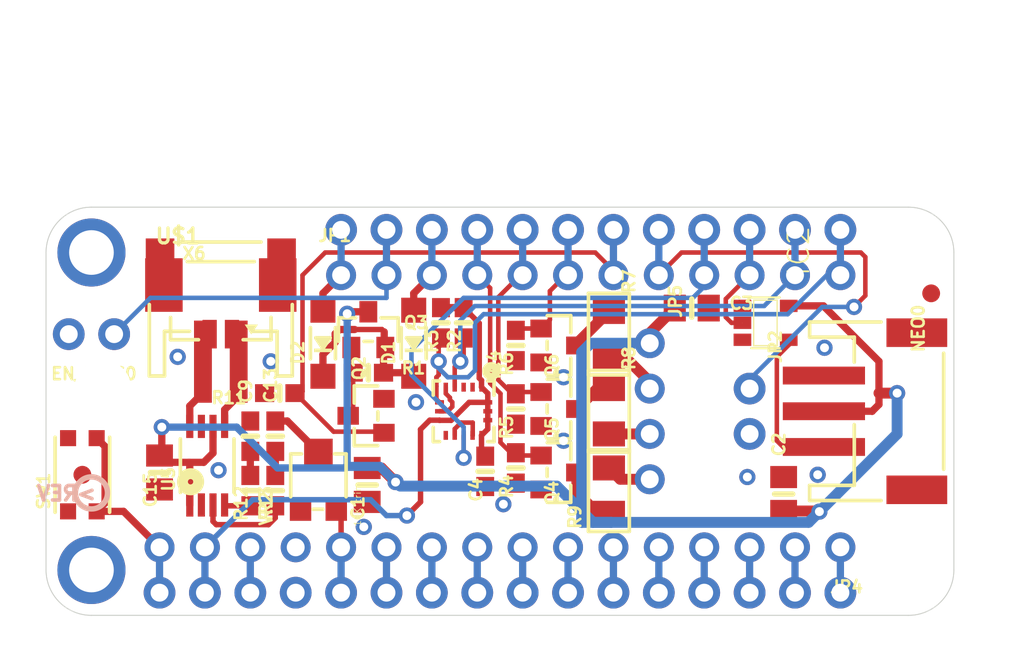
<source format=kicad_pcb>
(kicad_pcb (version 20211014) (generator pcbnew)
  (layers (0 "F.Cu" signal) (31 "B.Cu" signal) (34 "B.Paste" user) (35 "F.Paste" user) (36 "B.SilkS" user "B.Silkscreen") (37 "F.SilkS" user "F.Silkscreen") (38 "B.Mask" user) (39 "F.Mask" user) (44 "Edge.Cuts" user))
  (net 0 "")
  (net 1 "MISO")
  (net 2 "MOSI")
  (net 3 "SCK")
  (net 4 "RESET")
  (net 5 "VBAT")
  (net 6 "SCL")
  (net 7 "SDA")
  (net 8 "GND")
  (net 9 "G")
  (net 10 "AREF")
  (net 11 "A1")
  (net 12 "A0")
  (net 13 "SWITCH")
  (net 14 "RED")
  (net 15 "GREEN")
  (net 16 "A5")
  (net 17 "A3")
  (net 18 "RX")
  (net 19 "A4")
  (net 20 "BLUE")
  (net 21 "TX")
  (net 22 "NEOPIXEL")
  (net 23 "A2")
  (net 24 "+3V3")
  (net 25 "V+")
  (net 26 "N$19")
  (net 27 "N$20")
  (net 28 "N$21")
  (net 29 "N$22")
  (net 30 "N$23")
  (net 31 "SPKR+")
  (net 32 "SPKR-")
  (net 33 "NEOPIX_OUT")
  (net 34 "VBUS")
  (net 35 "N$139")
  (net 36 "ENABLE")
  (net 37 "~{ENABLE}")
  (net 38 "IRQ")
  (net 39 "POWER")
  (net 40 "N$1")
  (net 41 "N$2")
  (net 42 "N$3")
  (net 43 "N$4")
  (net 44 "N$6")
  (net 45 "N$7")
  (footprint "boardEagle:PROPMAKER_TOP" (layer "F.Cu") (at 123.1011 116.4336)
    (fp_text reference "U$14" hide)
    (fp_text value "" hide)
  )
  (footprint "boardEagle:FEATHERWING" (layer "F.Cu") (at 123.1011 116.4336)
    (fp_text reference "MS1" hide)
    (fp_text value "FEATHERWING" hide)
    (fp_line (start 0 -20.32) (end 0 -2.54) (layer "Edge.Cuts") (width 0.05))
    (fp_line (start 2.54 0) (end 48.26 0) (layer "Edge.Cuts") (width 0.05))
    (fp_line (start 50.8 -2.54) (end 50.8 -20.32) (layer "Edge.Cuts") (width 0.05))
    (fp_line (start 48.26 -22.86) (end 2.54 -22.86) (layer "Edge.Cuts") (width 0.05))
    (fp_arc (start 0 -20.32) (mid 0.743949 -22.116051) (end 2.54 -22.86) (layer "Edge.Cuts") (width 0.05))
    (fp_arc (start 50.8 -2.54) (mid 50.056051 -0.743949) (end 48.26 0) (layer "Edge.Cuts") (width 0.05))
    (fp_arc (start 2.54 0) (mid 0.743949 -0.743949) (end 0 -2.54) (layer "Edge.Cuts") (width 0.05))
    (fp_arc (start 48.26 -22.86) (mid 50.056051 -22.116051) (end 50.8 -20.32) (layer "Edge.Cuts") (width 0.05))
  )
  (footprint "boardEagle:JSTPH2" (layer "F.Cu") (at 132.8801 98.5266)
    (fp_text reference "X6")
    (fp_text value "CON_JST_PH_2PIN_MTPH2")
  )
  (footprint "boardEagle:1X02_ROUND" (layer "F.Cu") (at 125.6411 100.6856 180)
    (fp_text reference "EN_PINS0")
    (fp_text value "")
  )
  (footprint "boardEagle:0603-NO" (layer "F.Cu") (at 149.3901 108.1786 -90)
    (fp_text reference "R4")
    (fp_text value "100k")
  )
  (footprint "boardEagle:0805-NO" (layer "F.Cu") (at 159.2326 99.2251)
    (fp_text reference "C3")
    (fp_text value "10uF")
  )
  (footprint "boardEagle:0805-NO" (layer "F.Cu") (at 141.0716 109.1311 -90)
    (fp_text reference "C1")
    (fp_text value "10uF")
  )
  (footprint "boardEagle:1X02_ROUND" (layer "F.Cu") (at 162.4711 105.0036 -90)
    (fp_text reference "JP2")
    (fp_text value "")
  )
  (footprint "boardEagle:_1206" (layer "F.Cu") (at 154.5971 100.6856 -90)
    (fp_text reference "R7")
    (fp_text value "3o")
  )
  (footprint "boardEagle:1X12_ROUND" (layer "F.Cu") (at 153.5811 97.3836)
    (fp_text reference "JP1")
    (fp_text value "")
  )
  (footprint "boardEagle:SOD-123" (layer "F.Cu") (at 138.5951 101.1936 90)
    (fp_text reference "D2")
    (fp_text value "MBR120")
  )
  (footprint "" (layer "F.Cu") (at 159.6771 107.5436)
    (fp_text reference "@HOLE2" hide)
    (fp_text value "")
  )
  (footprint "boardEagle:0805-NO" (layer "F.Cu") (at 164.3761 109.6391 90)
    (fp_text reference "C2")
    (fp_text value "10uF")
  )
  (footprint "boardEagle:BTN_KMR2_4.6X2.8" (layer "F.Cu") (at 125.1331 108.5596 90)
    (fp_text reference "SW1")
    (fp_text value "KMR2")
  )
  (footprint "boardEagle:0603-NO" (layer "F.Cu") (at 135.9281 109.4486 -90)
    (fp_text reference "R13")
    (fp_text value "100")
  )
  (footprint "boardEagle:SOD-123" (layer "F.Cu") (at 143.6751 101.1936 90)
    (fp_text reference "D1")
    (fp_text value "MBR120")
  )
  (footprint "boardEagle:SOT23-5" (layer "F.Cu") (at 163.3601 100.0506 -90)
    (fp_text reference "IC2")
    (fp_text value "74AHCT1G125DBV")
  )
  (footprint "boardEagle:0603-NO" (layer "F.Cu") (at 135.9281 106.4006 90)
    (fp_text reference "C13")
    (fp_text value "1uF")
  )
  (footprint "boardEagle:0603-NO" (layer "F.Cu") (at 149.3901 101.3206 -90)
    (fp_text reference "R6")
    (fp_text value "100k")
  )
  (footprint "boardEagle:SOT23-WIDE" (layer "F.Cu") (at 141.0081 105.2576 90)
    (fp_text reference "Q2")
    (fp_text value "DMG3406")
  )
  (footprint "boardEagle:0603-NO" (layer "F.Cu") (at 134.5311 109.4486 -90)
    (fp_text reference "R12")
    (fp_text value "100")
  )
  (footprint "boardEagle:0603-NO" (layer "F.Cu") (at 145.1991 100.0506 -90)
    (fp_text reference "R3")
    (fp_text value "10K")
  )
  (footprint "boardEagle:_1206" (layer "F.Cu") (at 154.5971 105.0036 -90)
    (fp_text reference "R8")
    (fp_text value "1.75o")
  )
  (footprint "boardEagle:MSOP8_0.65MM" (layer "F.Cu") (at 132.1181 108.0516)
    (fp_text reference "U5")
    (fp_text value "PAM8302AASCR")
  )
  (footprint "boardEagle:0603-NO" (layer "F.Cu") (at 146.4691 100.0506 -90)
    (fp_text reference "R2")
    (fp_text value "10K")
  )
  (footprint "boardEagle:0805-NO" (layer "F.Cu") (at 129.4511 108.4326 -90)
    (fp_text reference "C15")
    (fp_text value "10uF")
  )
  (footprint "boardEagle:0603-NO" (layer "F.Cu") (at 134.5311 106.4006 90)
    (fp_text reference "C9")
    (fp_text value "1uF")
  )
  (footprint "boardEagle:SOT23-WIDE" (layer "F.Cu") (at 141.1351 100.4316)
    (fp_text reference "Q3")
    (fp_text value "DMG3415U-7")
  )
  (footprint "boardEagle:0603-NO" (layer "F.Cu") (at 136.1821 103.9876 180)
    (fp_text reference "R11")
    (fp_text value "100K")
  )
  (footprint "boardEagle:FIDUCIAL_1MM" (layer "F.Cu") (at 172.6311 98.3996)
    (fp_text reference "FID1" hide)
    (fp_text value "FIDUCIAL_1MM" hide)
  )
  (footprint "" (layer "F.Cu") (at 159.6771 102.4636)
    (fp_text reference "@HOLE1" hide)
    (fp_text value "")
  )
  (footprint "boardEagle:0603-NO" (layer "F.Cu") (at 149.3901 104.8766 -90)
    (fp_text reference "R5")
    (fp_text value "100k")
  )
  (footprint "boardEagle:TRIMPOT_BOURNS_3303W" (layer "F.Cu") (at 138.3411 108.9406)
    (fp_text reference "VR2")
    (fp_text value "10K trim")
  )
  (footprint "boardEagle:0603-NO" (layer "F.Cu") (at 147.6756 108.3691 -90)
    (fp_text reference "C4")
    (fp_text value "1uF")
  )
  (footprint "boardEagle:SOT23-WIDE" (layer "F.Cu") (at 151.8031 104.8766 -90)
    (fp_text reference "Q5")
    (fp_text value "DMG3406")
  )
  (footprint "boardEagle:_1206" (layer "F.Cu") (at 154.5971 109.4486 90)
    (fp_text reference "R9")
    (fp_text value "1.75o")
  )
  (footprint "boardEagle:JSTPH3" (layer "F.Cu") (at 169.3291 105.0036 -90)
    (fp_text reference "NEO0")
    (fp_text value "JST PH 3")
  )
  (footprint "boardEagle:1X16_ROUND" (layer "F.Cu") (at 148.5011 112.6236 180)
    (fp_text reference "JP4")
    (fp_text value "")
  )
  (footprint "boardEagle:SOT23-WIDE" (layer "F.Cu") (at 151.8031 101.3206 -90)
    (fp_text reference "Q6")
    (fp_text value "DMG3406")
  )
  (footprint "boardEagle:SOT23-WIDE" (layer "F.Cu") (at 151.8031 108.4326 -90)
    (fp_text reference "Q4")
    (fp_text value "DMG3406")
  )
  (footprint "" (layer "F.Cu") (at 126.2761 103.7336)
    (fp_text reference "@HOLE0" hide)
    (fp_text value "")
  )
  (footprint "boardEagle:LGA16_3X3MM" (layer "F.Cu") (at 146.4691 105.0036 -90)
    (fp_text reference "IC4")
    (fp_text value "LIS3DH")
  )
  (footprint "boardEagle:FIDUCIAL_1MM" (layer "F.Cu") (at 125.1331 108.5596)
    (fp_text reference "FID3" hide)
    (fp_text value "FIDUCIAL_1MM" hide)
  )
  (footprint "boardEagle:0603-NO" (layer "F.Cu") (at 141.1351 102.8446)
    (fp_text reference "R1")
    (fp_text value "100k")
  )
  (footprint "boardEagle:53398-0271" (layer "F.Cu") (at 132.8801 99.4156)
    (fp_text reference "U$1")
    (fp_text value "CON_MOLEX_2P")
  )
  (footprint "boardEagle:1X04_ROUND" (layer "F.Cu") (at 156.8831 105.0036 -90)
    (fp_text reference "JP5")
    (fp_text value "")
  )
  (footprint "boardEagle:PCBFEAT-REV-040" (layer "B.Cu") (at 125.6411 109.5756 180)
    (fp_text reference "U$15" hide)
    (fp_text value "" hide)
  )
  (footprint "boardEagle:PROPMAKER_BOT" (layer "B.Cu") (at 173.9011 116.4336 180)
    (fp_text reference "U$6" hide)
    (fp_text value "" hide)
  )
  (gr_arc (start 123.1011 96.1136) (mid 123.845049 94.317549) (end 125.6411 93.5736) (layer "Edge.Cuts") (width 0.05))
  (gr_line (start 123.1011 113.8936) (end 123.1011 96.1136) (layer "Edge.Cuts") (width 0.05))
  (gr_line (start 125.6411 93.5736) (end 171.3611 93.5736) (layer "Edge.Cuts") (width 0.05))
  (gr_line (start 171.3611 116.4336) (end 125.6411 116.4336) (layer "Edge.Cuts") (width 0.05))
  (gr_arc (start 171.3611 93.5736) (mid 173.157151 94.317549) (end 173.9011 96.1136) (layer "Edge.Cuts") (width 0.05))
  (gr_line (start 173.9011 96.1136) (end 173.9011 113.8936) (layer "Edge.Cuts") (width 0.05))
  (gr_arc (start 125.6411 116.4336) (mid 123.845049 115.689651) (end 123.1011 113.8936) (layer "Edge.Cuts") (width 0.05))
  (gr_arc (start 173.9011 113.8936) (mid 173.157151 115.689651) (end 171.3611 116.4336) (layer "Edge.Cuts") (width 0.05))
  (segment (start 159.9311 112.6236) (end 159.9311 115.1636) (width 0.4064) (layer "B.Cu") (net 1))
  (segment (start 157.3911 115.1636) (end 157.3911 112.6236) (width 0.4064) (layer "B.Cu") (net 2))
  (segment (start 154.8511 112.6236) (end 154.8511 115.1636) (width 0.4064) (layer "B.Cu") (net 3))
  (segment (start 125.9331 110.6096) (end 127.4371 110.6096) (width 0.4064) (layer "F.Cu") (net 4))
  (segment (start 126.4031 106.9796) (end 126.4031 110.1396) (width 0.4064) (layer "F.Cu") (net 4))
  (segment (start 125.9331 106.5096) (end 126.4031 106.9796) (width 0.4064) (layer "F.Cu") (net 4))
  (segment (start 126.4031 110.1396) (end 125.9331 110.6096) (width 0.4064) (layer "F.Cu") (net 4))
  (segment (start 127.4371 110.6096) (end 129.4511 112.6236) (width 0.4064) (layer "F.Cu") (net 4))
  (segment (start 129.4511 112.6236) (end 129.4511 115.1636) (width 0.4064) (layer "B.Cu") (net 4))
  (segment (start 139.6111 97.3836) (end 138.5951 98.3996) (width 0.4064) (layer "F.Cu") (net 5))
  (segment (start 138.5951 98.3996) (end 138.5951 99.3436) (width 0.4064) (layer "F.Cu") (net 5))
  (segment (start 139.6111 94.8436) (end 139.6111 97.3836) (width 0.4064) (layer "B.Cu") (net 5))
  (segment (start 146.4691 102.0198) (end 146.2793 102.2096) (width 0.254) (layer "F.Cu") (net 6))
  (segment (start 145.9691 103.6536) (end 145.9691 102.5198) (width 0.254) (layer "F.Cu") (net 6))
  (segment (start 145.9691 102.5198) (end 146.2793 102.2096) (width 0.254) (layer "F.Cu") (net 6))
  (segment (start 146.4691 100.9006) (end 146.4691 102.0198) (width 0.254) (layer "F.Cu") (net 6))
  (via (at 146.2793 102.2096) (size 0.9064) (drill 0.5) (layers "F.Cu" "B.Cu") (net 6))
  (segment (start 165.0111 94.8436) (end 165.0111 97.3836) (width 0.4064) (layer "B.Cu") (net 6))
  (segment (start 163.2839 99.1108) (end 165.0111 97.3836) (width 0.254) (layer "B.Cu") (net 6))
  (segment (start 146.2793 99.9236) (end 146.2793 102.2096) (width 0.254) (layer "B.Cu") (net 6))
  (segment (start 163.2839 99.1108) (end 147.0921 99.1108) (width 0.254) (layer "B.Cu") (net 6))
  (segment (start 147.0921 99.1108) (end 146.2793 99.9236) (width 0.254) (layer "B.Cu") (net 6))
  (segment (start 144.9451 104.3296) (end 144.9451 103.6066) (width 0.254) (layer "F.Cu") (net 7))
  (segment (start 145.1991 100.9006) (end 145.1991 101.2816) (width 0.254) (layer "F.Cu") (net 7))
  (segment (start 145.1191 104.5036) (end 144.9451 104.3296) (width 0.254) (layer "F.Cu") (net 7))
  (segment (start 145.1991 101.2816) (end 145.0721 101.4086) (width 0.254) (layer "F.Cu") (net 7))
  (segment (start 145.0721 102.2096) (end 145.0721 102.9716) (width 0.254) (layer "F.Cu") (net 7))
  (segment (start 144.9451 103.0986) (end 145.0721 102.9716) (width 0.254) (layer "F.Cu") (net 7))
  (segment (start 145.0721 102.9716) (end 145.0721 101.4086) (width 0.254) (layer "F.Cu") (net 7))
  (segment (start 144.9451 103.0986) (end 144.9451 103.6066) (width 0.254) (layer "F.Cu") (net 7))
  (via (at 145.0721 102.2096) (size 0.9064) (drill 0.5) (layers "F.Cu" "B.Cu") (net 7))
  (segment (start 145.0721 102.5906) (end 145.0721 102.4636) (width 0.254) (layer "B.Cu") (net 7))
  (segment (start 145.0721 102.4636) (end 145.0721 102.2096) (width 0.254) (layer "B.Cu") (net 7))
  (segment (start 147.5867 99.568) (end 164.6047 99.568) (width 0.254) (layer "B.Cu") (net 7))
  (segment (start 166.7891 97.3836) (end 167.5511 97.3836) (width 0.254) (layer "B.Cu") (net 7))
  (segment (start 167.5511 94.8436) (end 167.5511 97.3836) (width 0.4064) (layer "B.Cu") (net 7))
  (segment (start 147.5867 99.568) (end 147.1041 100.0506) (width 0.254) (layer "B.Cu") (net 7))
  (segment (start 164.6047 99.568) (end 166.7891 97.3836) (width 0.254) (layer "B.Cu") (net 7))
  (segment (start 145.5801 103.0986) (end 145.0721 102.5906) (width 0.254) (layer "B.Cu") (net 7))
  (segment (start 146.7231 103.0986) (end 145.5801 103.0986) (width 0.254) (layer "B.Cu") (net 7))
  (segment (start 147.1041 100.0506) (end 147.1041 102.7176) (width 0.254) (layer "B.Cu") (net 7))
  (segment (start 147.1041 102.7176) (end 146.7231 103.0986) (width 0.254) (layer "B.Cu") (net 7))
  (segment (start 145.5801 105.0036) (end 145.1191 105.0036) (width 0.254) (layer "F.Cu") (net 8))
  (segment (start 145.6993 104.241825) (end 145.6993 104.3608) (width 0.254) (layer "F.Cu") (net 8))
  (segment (start 146.9771 106.3456) (end 146.9691 106.3536) (width 0.254) (layer "F.Cu") (net 8))
  (segment (start 146.1436 105.8211) (end 146.3261 105.6386) (width 0.254) (layer "F.Cu") (net 8))
  (segment (start 145.6993 104.3608) (end 145.8341 104.4956) (width 0.254) (layer "F.Cu") (net 8))
  (segment (start 146.3261 105.6386) (end 146.9771 105.6386) (width 0.254) (layer "F.Cu") (net 8))
  (segment (start 145.8341 104.4956) (end 145.8341 104.7496) (width 0.254) (layer "F.Cu") (net 8))
  (segment (start 145.8341 104.7496) (end 145.5801 105.0036) (width 0.254) (layer "F.Cu") (net 8))
  (segment (start 145.4691 104.011625) (end 145.6993 104.241825) (width 0.254) (layer "F.Cu") (net 8))
  (segment (start 145.9691 106.3536) (end 145.9691 105.9956) (width 0.254) (layer "F.Cu") (net 8))
  (segment (start 145.9691 105.9956) (end 146.1436 105.8211) (width 0.254) (layer "F.Cu") (net 8))
  (segment (start 145.4691 103.6536) (end 145.4691 104.011625) (width 0.254) (layer "F.Cu") (net 8))
  (segment (start 146.9771 105.6386) (end 146.9771 106.3456) (width 0.254) (layer "F.Cu") (net 8))
  (via (at 130.4671 101.9556) (size 0.9064) (drill 0.5) (layers "F.Cu" "B.Cu") (net 8))
  (via (at 148.6916 110.2106) (size 0.9064) (drill 0.5) (layers "F.Cu" "B.Cu") (net 8))
  (via (at 152.0571 106.6546) (size 0.9064) (drill 0.5) (layers "F.Cu" "B.Cu") (net 8))
  (via (at 152.0571 103.0986) (size 0.9064) (drill 0.5) (layers "F.Cu" "B.Cu") (net 8))
  (via (at 162.3441 108.6866) (size 0.9064) (drill 0.5) (layers "F.Cu" "B.Cu") (net 8))
  (via (at 140.8811 111.4806) (size 0.9064) (drill 0.5) (layers "F.Cu" "B.Cu") (net 8))
  (via (at 135.6741 102.2096) (size 0.9064) (drill 0.5) (layers "F.Cu" "B.Cu") (net 8))
  (via (at 166.2811 108.5596) (size 0.9064) (drill 0.5) (layers "F.Cu" "B.Cu") (net 8))
  (via (at 132.7531 108.3056) (size 0.9064) (drill 0.5) (layers "F.Cu" "B.Cu") (net 8))
  (via (at 166.6621 101.4476) (size 0.9064) (drill 0.5) (layers "F.Cu" "B.Cu") (net 8))
  (via (at 143.8021 104.4956) (size 0.9064) (drill 0.5) (layers "F.Cu" "B.Cu") (net 8))
  (segment (start 167.5511 115.1636) (end 167.5511 112.6236) (width 0.4064) (layer "B.Cu") (net 9))
  (segment (start 134.5311 112.6236) (end 134.5311 115.1636) (width 0.4064) (layer "B.Cu") (net 10))
  (segment (start 142.1511 112.6236) (end 142.1511 115.1636) (width 0.4064) (layer "B.Cu") (net 11))
  (segment (start 139.6111 110.8106) (end 139.6111 112.6236) (width 0.3048) (layer "F.Cu") (net 12))
  (segment (start 139.3411 110.5406) (end 139.6111 110.8106) (width 0.3048) (layer "F.Cu") (net 12))
  (segment (start 139.6111 115.1636) (end 139.6111 112.6236) (width 0.4064) (layer "B.Cu") (net 12))
  (segment (start 168.6941 96.1136) (end 168.9481 96.3676) (width 0.254) (layer "F.Cu") (net 13))
  (segment (start 168.9481 98.5266) (end 168.3131 99.1616) (width 0.254) (layer "F.Cu") (net 13))
  (segment (start 158.6611 96.1136) (end 168.6941 96.1136) (width 0.254) (layer "F.Cu") (net 13))
  (segment (start 157.3911 97.3836) (end 158.6611 96.1136) (width 0.254) (layer "F.Cu") (net 13))
  (segment (start 168.9481 96.3676) (end 168.9481 98.5266) (width 0.254) (layer "F.Cu") (net 13))
  (via (at 168.3131 99.1616) (size 0.9064) (drill 0.5) (layers "F.Cu" "B.Cu") (net 13))
  (segment (start 157.3911 97.3836) (end 157.3911 94.8436) (width 0.4064) (layer "B.Cu") (net 13))
  (segment (start 168.3131 99.1616) (end 166.5351 99.1616) (width 0.254) (layer "B.Cu") (net 13))
  (segment (start 166.5351 99.1616) (end 162.4711 103.2256) (width 0.254) (layer "B.Cu") (net 13))
  (segment (start 162.4711 103.2256) (end 162.4711 103.7336) (width 0.254) (layer "B.Cu") (net 13))
  (segment (start 152.1841 97.3836) (end 151.2951 98.2726) (width 0.254) (layer "F.Cu") (net 14))
  (segment (start 152.3111 97.3836) (end 152.1841 97.3836) (width 0.254) (layer "F.Cu") (net 14))
  (segment (start 149.4901 100.3706) (end 149.3901 100.4706) (width 0.254) (layer "F.Cu") (net 14))
  (segment (start 150.8031 100.3706) (end 149.4901 100.3706) (width 0.254) (layer "F.Cu") (net 14))
  (segment (start 151.2951 98.2726) (end 151.2951 99.8786) (width 0.254) (layer "F.Cu") (net 14))
  (segment (start 151.2951 99.8786) (end 150.8031 100.3706) (width 0.254) (layer "F.Cu") (net 14))
  (segment (start 152.3111 97.3836) (end 152.3111 94.8436) (width 0.4064) (layer "B.Cu") (net 14))
  (segment (start 149.186681 104.0266) (end 148.4089 103.248819) (width 0.254) (layer "F.Cu") (net 15))
  (segment (start 149.6441 97.3836) (end 149.7711 97.3836) (width 0.254) (layer "F.Cu") (net 15))
  (segment (start 148.4089 103.248819) (end 148.4089 98.6188) (width 0.254) (layer "F.Cu") (net 15))
  (segment (start 150.8031 103.9266) (end 149.4901 103.9266) (width 0.254) (layer "F.Cu") (net 15))
  (segment (start 148.4089 98.6188) (end 149.6441 97.3836) (width 0.254) (layer "F.Cu") (net 15))
  (segment (start 149.4901 103.9266) (end 149.3901 104.0266) (width 0.254) (layer "F.Cu") (net 15))
  (segment (start 149.186681 104.0266) (end 149.3901 104.0266) (width 0.254) (layer "F.Cu") (net 15))
  (segment (start 149.7711 94.8436) (end 149.7711 97.3836) (width 0.4064) (layer "B.Cu") (net 15))
  (segment (start 152.3111 112.6236) (end 152.3111 115.1636) (width 0.4064) (layer "B.Cu") (net 16))
  (segment (start 147.2311 112.6236) (end 147.2311 115.1636) (width 0.4064) (layer "B.Cu") (net 17))
  (segment (start 162.4711 115.1636) (end 162.4711 112.6236) (width 0.4064) (layer "B.Cu") (net 18))
  (segment (start 149.7711 112.6236) (end 149.7711 115.1636) (width 0.4064) (layer "B.Cu") (net 19))
  (segment (start 148.530362 104.016863) (end 147.9517 103.4382) (width 0.254) (layer "F.Cu") (net 20))
  (segment (start 147.9517 103.4382) (end 147.9517 98.1042) (width 0.254) (layer "F.Cu") (net 20))
  (segment (start 149.106625 107.3286) (end 149.3901 107.3286) (width 0.254) (layer "F.Cu") (net 20))
  (segment (start 148.530362 106.752338) (end 149.106625 107.3286) (width 0.254) (layer "F.Cu") (net 20))
  (segment (start 149.5441 107.4826) (end 149.3901 107.3286) (width 0.254) (layer "F.Cu") (net 20))
  (segment (start 147.9517 98.1042) (end 147.2311 97.3836) (width 0.254) (layer "F.Cu") (net 20))
  (segment (start 148.530362 106.752338) (end 148.530362 104.016863) (width 0.254) (layer "F.Cu") (net 20))
  (segment (start 150.8031 107.4826) (end 149.5441 107.4826) (width 0.254) (layer "F.Cu") (net 20))
  (segment (start 147.2311 97.3836) (end 147.2311 94.8436) (width 0.4064) (layer "B.Cu") (net 20))
  (segment (start 165.0111 112.6236) (end 165.0111 115.1636) (width 0.4064) (layer "B.Cu") (net 21))
  (segment (start 161.1376 98.7171) (end 162.4711 97.3836) (width 0.254) (layer "F.Cu") (net 22))
  (segment (start 161.4551 100.0506) (end 161.1376 99.7331) (width 0.254) (layer "F.Cu") (net 22))
  (segment (start 162.0701 100.0506) (end 161.4551 100.0506) (width 0.254) (layer "F.Cu") (net 22))
  (segment (start 161.1376 99.7331) (end 161.1376 98.7171) (width 0.254) (layer "F.Cu") (net 22))
  (segment (start 162.4711 94.8436) (end 162.4711 97.3836) (width 0.4064) (layer "B.Cu") (net 22))
  (segment (start 144.6911 115.1636) (end 144.6911 112.6236) (width 0.4064) (layer "B.Cu") (net 23))
  (segment (start 147.3421 103.1456) (end 147.3421 100.0896) (width 0.3048) (layer "F.Cu") (net 24))
  (segment (start 145.1991 99.2006) (end 146.4691 99.2006) (width 0.4064) (layer "F.Cu") (net 24))
  (segment (start 147.8191 104.0036) (end 147.4691 103.6536) (width 0.3048) (layer "F.Cu") (net 24))
  (segment (start 145.1191 105.5036) (end 144.5721 105.5036) (width 0.3048) (layer "F.Cu") (net 24))
  (segment (start 144.5721 105.5036) (end 144.0561 106.0196) (width 0.3048) (layer "F.Cu") (net 24))
  (segment (start 147.3421 100.0736) (end 147.3421 100.0896) (width 0.3048) (layer "F.Cu") (net 24))
  (segment (start 144.0561 106.0196) (end 144.0561 110.0836) (width 0.3048) (layer "F.Cu") (net 24))
  (segment (start 145.1271 105.5116) (end 145.1191 105.5036) (width 0.3048) (layer "F.Cu") (net 24))
  (segment (start 147.8191 104.5036) (end 147.8191 104.0036) (width 0.3048) (layer "F.Cu") (net 24))
  (segment (start 147.8191 105.5036) (end 147.8191 105.0036) (width 0.3048) (layer "F.Cu") (net 24))
  (segment (start 147.3421 100.0736) (end 146.4691 99.2006) (width 0.3048) (layer "F.Cu") (net 24))
  (segment (start 147.8191 106.0036) (end 147.8191 105.5036) (width 0.3048) (layer "F.Cu") (net 24))
  (segment (start 147.4691 107.3126) (end 147.6756 107.5191) (width 0.3048) (layer "F.Cu") (net 24))
  (segment (start 147.8191 105.0036) (end 147.8191 104.5036) (width 0.3048) (layer "F.Cu") (net 24))
  (segment (start 144.0561 110.0836) (end 143.2941 110.8456) (width 0.3048) (layer "F.Cu") (net 24))
  (segment (start 147.4691 103.6536) (end 147.4691 103.2726) (width 0.3048) (layer "F.Cu") (net 24))
  (segment (start 147.4691 103.2726) (end 147.3421 103.1456) (width 0.3048) (layer "F.Cu") (net 24))
  (segment (start 147.4691 106.3536) (end 147.8191 106.0036) (width 0.3048) (layer "F.Cu") (net 24))
  (segment (start 145.7706 105.5116) (end 145.1271 105.5116) (width 0.3048) (layer "F.Cu") (net 24))
  (segment (start 147.8191 104.5036) (end 146.7786 104.5036) (width 0.3048) (layer "F.Cu") (net 24))
  (segment (start 147.4691 106.3536) (end 147.4691 107.3126) (width 0.3048) (layer "F.Cu") (net 24))
  (segment (start 146.7786 104.5036) (end 145.7706 105.5116) (width 0.3048) (layer "F.Cu") (net 24))
  (via (at 143.2941 110.8456) (size 0.9064) (drill 0.5) (layers "F.Cu" "B.Cu") (net 24))
  (segment (start 131.9911 115.1636) (end 131.9911 112.6236) (width 0.4064) (layer "B.Cu") (net 24))
  (segment (start 143.2941 110.8456) (end 142.1511 110.8456) (width 0.3048) (layer "B.Cu") (net 24))
  (segment (start 141.2621 109.9566) (end 134.6581 109.9566) (width 0.3048) (layer "B.Cu") (net 24))
  (segment (start 142.1511 110.8456) (end 141.2621 109.9566) (width 0.3048) (layer "B.Cu") (net 24))
  (segment (start 133.7691 110.8456) (end 131.9911 112.6236) (width 0.3048) (layer "B.Cu") (net 24))
  (segment (start 134.6581 109.9566) (end 133.7691 110.8456) (width 0.3048) (layer "B.Cu") (net 24))
  (segment (start 131.1431 107.9046) (end 131.1021 107.8636) (width 0.4064) (layer "F.Cu") (net 25))
  (segment (start 169.7101 103.9876) (end 170.7261 103.9876) (width 0.6096) (layer "F.Cu") (net 25))
  (segment (start 141.8702 108.1811) (end 142.6591 108.97) (width 0.6096) (layer "F.Cu") (net 25))
  (segment (start 131.1021 107.8636) (end 131.9251 107.8636) (width 0.4064) (layer "F.Cu") (net 25))
  (segment (start 129.8321 107.8636) (end 131.1021 107.8636) (width 0.4064) (layer "F.Cu") (net 25))
  (segment (start 129.5781 107.3556) (end 129.5781 105.8926) (width 0.4064) (layer "F.Cu") (net 25))
  (segment (start 131.1431 110.2516) (end 131.1431 107.9046) (width 0.4064) (layer "F.Cu") (net 25))
  (segment (start 156.8831 100.6246) (end 156.8831 101.1936) (width 0.6096) (layer "F.Cu") (net 25))
  (segment (start 169.7101 104.6226) (end 169.3291 105.0036) (width 0.4064) (layer "F.Cu") (net 25))
  (segment (start 158.2826 99.2251) (end 156.8831 100.6246) (width 0.6096) (layer "F.Cu") (net 25))
  (segment (start 166.3421 110.5891) (end 166.37635 110.62335) (width 0.6096) (layer "F.Cu") (net 25))
  (segment (start 169.7101 102.2096) (end 166.6011 99.1006) (width 0.4064) (layer "F.Cu") (net 25))
  (segment (start 169.7101 103.9876) (end 169.7101 104.6226) (width 0.4064) (layer "F.Cu") (net 25))
  (segment (start 166.6291 105.0036) (end 169.3291 105.0036) (width 0.4064) (layer "F.Cu") (net 25))
  (segment (start 140.0625 99.4316) (end 139.9515 99.5426) (width 0.4064) (layer "F.Cu") (net 25))
  (segment (start 129.4511 107.4826) (end 129.5781 107.3556) (width 0.4064) (layer "F.Cu") (net 25))
  (segment (start 169.3291 105.0036) (end 169.3291 105.0036) (width 0.4064) (layer "F.Cu") (net 25))
  (segment (start 132.4431 107.3456) (end 132.4431 105.8516) (width 0.4064) (layer "F.Cu") (net 25))
  (segment (start 131.9251 107.8636) (end 132.4431 107.3456) (width 0.4064) (layer "F.Cu") (net 25))
  (segment (start 169.7101 102.2096) (end 169.7101 103.9876) (width 0.4064) (layer "F.Cu") (net 25))
  (segment (start 141.1351 99.4316) (end 140.0625 99.4316) (width 0.4064) (layer "F.Cu") (net 25))
  (segment (start 129.4511 107.4826) (end 129.8321 107.8636) (width 0.4064) (layer "F.Cu") (net 25))
  (segment (start 164.3761 110.5891) (end 166.3421 110.5891) (width 0.6096) (layer "F.Cu") (net 25))
  (segment (start 141.0716 108.1811) (end 141.8702 108.1811) (width 0.6096) (layer "F.Cu") (net 25))
  (segment (start 164.6601 99.1006) (end 166.6011 99.1006) (width 0.4064) (layer "F.Cu") (net 25))
  (via (at 139.9515 99.5426) (size 0.9064) (drill 0.5) (layers "F.Cu" "B.Cu") (net 25))
  (via (at 170.7261 103.9876) (size 0.9064) (drill 0.5) (layers "F.Cu" "B.Cu") (net 25))
  (via (at 166.37635 110.62335) (size 0.9064) (drill 0.5) (layers "F.Cu" "B.Cu") (net 25))
  (via (at 129.5781 105.8926) (size 0.9064) (drill 0.5) (layers "F.Cu" "B.Cu") (net 25))
  (via (at 142.6591 108.97) (size 0.9064) (drill 0.5) (layers "F.Cu" "B.Cu") (net 25))
  (segment (start 153.7081 111.2266) (end 151.6761 109.1946) (width 0.6096) (layer "B.Cu") (net 25))
  (segment (start 156.8831 101.1936) (end 153.5811 101.1936) (width 0.6096) (layer "B.Cu") (net 25))
  (segment (start 136.0551 108.1786) (end 139.8651 108.1786) (width 0.4064) (layer "B.Cu") (net 25))
  (segment (start 153.0731 101.7016) (end 153.0731 111.2266) (width 0.6096) (layer "B.Cu") (net 25))
  (segment (start 139.9515 108.0922) (end 139.8651 108.1786) (width 0.4064) (layer "B.Cu") (net 25))
  (segment (start 154.7241 111.2266) (end 153.0731 111.2266) (width 0.6096) (layer "B.Cu") (net 25))
  (segment (start 142.6591 108.97) (end 142.6885 108.97) (width 0.508) (layer "B.Cu") (net 25))
  (segment (start 139.9515 108.0922) (end 141.7813 108.0922) (width 0.508) (layer "B.Cu") (net 25))
  (segment (start 142.6885 108.97) (end 142.9131 109.1946) (width 0.508) (layer "B.Cu") (net 25))
  (segment (start 133.7691 105.8926) (end 136.0551 108.1786) (width 0.4064) (layer "B.Cu") (net 25))
  (segment (start 170.7261 106.2736) (end 170.7261 103.9876) (width 0.6096) (layer "B.Cu") (net 25))
  (segment (start 154.7241 111.2266) (end 165.7731 111.2266) (width 0.6096) (layer "B.Cu") (net 25))
  (segment (start 141.7813 108.0922) (end 142.6591 108.97) (width 0.508) (layer "B.Cu") (net 25))
  (segment (start 166.37635 110.62335) (end 170.7261 106.2736) (width 0.6096) (layer "B.Cu") (net 25))
  (segment (start 129.5781 105.8926) (end 133.7691 105.8926) (width 0.4064) (layer "B.Cu") (net 25))
  (segment (start 139.9515 99.5426) (end 139.9515 108.0922) (width 0.4064) (layer "B.Cu") (net 25))
  (segment (start 142.9131 109.1946) (end 151.6761 109.1946) (width 0.6096) (layer "B.Cu") (net 25))
  (segment (start 153.5811 101.1936) (end 153.0731 101.7016) (width 0.6096) (layer "B.Cu") (net 25))
  (segment (start 165.7731 111.2266) (end 166.37635 110.62335) (width 0.6096) (layer "B.Cu") (net 25))
  (segment (start 154.7241 111.2266) (end 153.7081 111.2266) (width 0.6096) (layer "B.Cu") (net 25))
  (segment (start 133.0931 110.2516) (end 133.1401 110.2986) (width 0.3048) (layer "F.Cu") (net 26))
  (segment (start 133.1401 110.2986) (end 134.5311 110.2986) (width 0.3048) (layer "F.Cu") (net 26))
  (segment (start 135.5471 111.3536) (end 132.6261 111.3536) (width 0.3048) (layer "F.Cu") (net 27))
  (segment (start 135.9281 110.9726) (end 135.5471 111.3536) (width 0.3048) (layer "F.Cu") (net 27))
  (segment (start 132.4431 111.1706) (end 132.4431 110.2516) (width 0.3048) (layer "F.Cu") (net 27))
  (segment (start 132.6261 111.3536) (end 132.4431 111.1706) (width 0.3048) (layer "F.Cu") (net 27))
  (segment (start 135.9281 110.2986) (end 135.9281 110.9726) (width 0.3048) (layer "F.Cu") (net 27))
  (segment (start 134.5311 107.2506) (end 134.5311 108.5986) (width 0.4064) (layer "F.Cu") (net 28))
  (segment (start 135.9281 107.2506) (end 135.9281 108.5986) (width 0.4064) (layer "F.Cu") (net 29))
  (segment (start 135.9281 105.5506) (end 136.6011 105.5506) (width 0.4064) (layer "F.Cu") (net 30))
  (segment (start 136.6011 105.5506) (end 138.3411 107.2906) (width 0.4064) (layer "F.Cu") (net 30))
  (segment (start 133.8961 102.2426) (end 133.8801 102.2266) (width 0.4064) (layer "F.Cu") (net 31))
  (segment (start 133.0931 104.9176) (end 133.8961 104.1146) (width 0.4064) (layer "F.Cu") (net 31))
  (segment (start 133.8961 104.1146) (end 133.8961 102.2426) (width 0.4064) (layer "F.Cu") (net 31))
  (segment (start 133.0931 105.8516) (end 133.0931 104.9176) (width 0.4064) (layer "F.Cu") (net 31))
  (segment (start 133.8801 102.2266) (end 133.8801 101.0606) (width 0.4064) (layer "F.Cu") (net 31))
  (segment (start 133.8801 101.0606) (end 133.5051 100.6856) (width 0.4064) (layer "F.Cu") (net 31))
  (segment (start 131.8801 103.9716) (end 131.8801 102.2266) (width 0.4064) (layer "F.Cu") (net 32))
  (segment (start 131.8801 102.2266) (end 131.8801 101.0606) (width 0.4064) (layer "F.Cu") (net 32))
  (segment (start 131.1431 105.8516) (end 131.1431 104.7086) (width 0.4064) (layer "F.Cu") (net 32))
  (segment (start 131.8801 101.0606) (end 132.2551 100.6856) (width 0.4064) (layer "F.Cu") (net 32))
  (segment (start 131.1431 104.7086) (end 131.8801 103.9716) (width 0.4064) (layer "F.Cu") (net 32))
  (segment (start 167.0111 107.0036) (end 166.6291 107.0036) (width 0.254) (layer "F.Cu") (net 33))
  (segment (start 164.3761 107.0356) (end 167.0431 107.0356) (width 0.254) (layer "F.Cu") (net 33))
  (segment (start 164.6601 101.0006) (end 164.6601 101.2906) (width 0.254) (layer "F.Cu") (net 33))
  (segment (start 167.1701 107.1626) (end 167.0111 107.0036) (width 0.254) (layer "F.Cu") (net 33))
  (segment (start 163.9951 106.6546) (end 164.3761 107.0356) (width 0.254) (layer "F.Cu") (net 33))
  (segment (start 167.0431 107.0356) (end 167.1701 107.1626) (width 0.254) (layer "F.Cu") (net 33))
  (segment (start 164.6601 101.2906) (end 163.9951 101.9556) (width 0.254) (layer "F.Cu") (net 33))
  (segment (start 163.9951 101.9556) (end 163.9951 106.6546) (width 0.254) (layer "F.Cu") (net 33))
  (segment (start 144.6911 97.3836) (end 143.6751 98.3996) (width 0.4064) (layer "F.Cu") (net 34))
  (segment (start 143.6751 98.3996) (end 143.6751 99.3436) (width 0.4064) (layer "F.Cu") (net 34))
  (segment (start 144.6911 97.3836) (end 144.6911 94.8436) (width 0.4064) (layer "B.Cu") (net 34))
  (segment (start 143.4761 102.8446) (end 141.9851 102.8446) (width 0.4064) (layer "F.Cu") (net 35))
  (segment (start 142.0241 100.5586) (end 142.0241 101.4926) (width 0.4064) (layer "F.Cu") (net 35))
  (segment (start 139.2787 101.145) (end 139.2787 100.663263) (width 0.4064) (layer "F.Cu") (net 35))
  (segment (start 141.9851 102.8446) (end 141.9851 101.5316) (width 0.4064) (layer "F.Cu") (net 35))
  (segment (start 138.5951 101.8286) (end 139.2787 101.145) (width 0.4064) (layer "F.Cu") (net 35))
  (segment (start 139.516762 100.4252) (end 140.3731 100.4252) (width 0.4064) (layer "F.Cu") (net 35))
  (segment (start 139.2787 100.663263) (end 139.516762 100.4252) (width 0.4064) (layer "F.Cu") (net 35))
  (segment (start 141.8907 100.4252) (end 142.0241 100.5586) (width 0.3048) (layer "F.Cu") (net 35))
  (segment (start 143.6751 103.0436) (end 143.4761 102.8446) (width 0.4064) (layer "F.Cu") (net 35))
  (segment (start 138.5951 103.0436) (end 138.5951 101.8286) (width 0.4064) (layer "F.Cu") (net 35))
  (segment (start 141.9851 101.5316) (end 142.0851 101.4316) (width 0.4064) (layer "F.Cu") (net 35))
  (segment (start 142.0241 101.4926) (end 141.9851 101.5316) (width 0.4064) (layer "F.Cu") (net 35))
  (segment (start 140.3731 100.4252) (end 141.8907 100.4252) (width 0.3048) (layer "F.Cu") (net 35))
  (segment (start 126.9111 100.6856) (end 128.9431 98.6536) (width 0.254) (layer "B.Cu") (net 36))
  (segment (start 142.1511 97.3836) (end 142.1511 94.8436) (width 0.4064) (layer "B.Cu") (net 36))
  (segment (start 128.9431 98.6536) (end 142.1511 98.6536) (width 0.254) (layer "B.Cu") (net 36))
  (segment (start 142.1511 98.6536) (end 142.1511 97.3836) (width 0.254) (layer "B.Cu") (net 36))
  (segment (start 140.2851 102.8446) (end 140.1851 102.7446) (width 0.254) (layer "F.Cu") (net 37))
  (segment (start 140.2851 104.9806) (end 140.0081 105.2576) (width 0.254) (layer "F.Cu") (net 37))
  (segment (start 140.2851 102.8446) (end 140.2851 104.9806) (width 0.254) (layer "F.Cu") (net 37))
  (segment (start 140.1851 102.7446) (end 140.1851 101.4316) (width 0.254) (layer "F.Cu") (net 37))
  (segment (start 146.4691 106.3536) (end 146.4691 107.6071) (width 0.254) (layer "F.Cu") (net 38))
  (via (at 146.4691 107.6071) (size 0.9064) (drill 0.5) (layers "F.Cu" "B.Cu") (net 38))
  (segment (start 146.4691 98.6536) (end 159.2961 98.6536) (width 0.254) (layer "B.Cu") (net 38))
  (segment (start 159.2961 98.6536) (end 159.9311 98.0186) (width 0.254) (layer "B.Cu") (net 38))
  (segment (start 143.5481 101.5746) (end 143.5481 102.971604) (width 0.254) (layer "B.Cu") (net 38))
  (segment (start 159.9311 98.0186) (end 159.9311 97.3836) (width 0.254) (layer "B.Cu") (net 38))
  (segment (start 146.4691 98.6536) (end 143.5481 101.5746) (width 0.254) (layer "B.Cu") (net 38))
  (segment (start 146.2786 105.702104) (end 146.4691 105.892604) (width 0.254) (layer "B.Cu") (net 38))
  (segment (start 146.4691 105.892604) (end 146.4691 107.6071) (width 0.254) (layer "B.Cu") (net 38))
  (segment (start 159.9311 97.3836) (end 159.9311 94.8436) (width 0.4064) (layer "B.Cu") (net 38))
  (segment (start 143.5481 102.971604) (end 146.2786 105.702104) (width 0.254) (layer "B.Cu") (net 38))
  (segment (start 137.0321 103.9876) (end 139.1911 106.1466) (width 0.254) (layer "F.Cu") (net 39))
  (segment (start 141.9471 106.1466) (end 142.0081 106.2076) (width 0.254) (layer "F.Cu") (net 39))
  (segment (start 137.0321 103.9876) (end 137.125125 103.894575) (width 0.254) (layer "F.Cu") (net 39))
  (segment (start 137.125125 103.894575) (end 137.4521 103.894575) (width 0.254) (layer "F.Cu") (net 39))
  (segment (start 137.4521 97.3836) (end 137.4521 103.894575) (width 0.254) (layer "F.Cu") (net 39))
  (segment (start 139.1911 106.1466) (end 141.9471 106.1466) (width 0.254) (layer "F.Cu") (net 39))
  (segment (start 138.7221 96.1136) (end 137.4521 97.3836) (width 0.254) (layer "F.Cu") (net 39))
  (segment (start 153.8351 96.1136) (end 138.7221 96.1136) (width 0.254) (layer "F.Cu") (net 39))
  (segment (start 154.8511 97.1296) (end 153.8351 96.1136) (width 0.254) (layer "F.Cu") (net 39))
  (segment (start 154.8511 97.3836) (end 154.8511 97.1296) (width 0.254) (layer "F.Cu") (net 39))
  (segment (start 154.8511 97.3836) (end 154.8511 94.8436) (width 0.4064) (layer "B.Cu") (net 39))
  (segment (start 152.8031 101.3206) (end 152.8031 101.2096) (width 0.6096) (layer "F.Cu") (net 40))
  (segment (start 152.8031 101.2096) (end 154.5971 99.4156) (width 0.6096) (layer "F.Cu") (net 40))
  (segment (start 156.8831 106.2736) (end 154.5971 106.2736) (width 0.6096) (layer "F.Cu") (net 41))
  (segment (start 156.8831 108.8136) (end 155.2321 108.8136) (width 0.6096) (layer "F.Cu") (net 42))
  (segment (start 155.2321 108.8136) (end 154.5971 108.1786) (width 0.6096) (layer "F.Cu") (net 42))
  (segment (start 152.8031 109.5596) (end 153.9621 110.7186) (width 0.6096) (layer "F.Cu") (net 43))
  (segment (start 153.9621 110.7186) (end 154.5971 110.7186) (width 0.6096) (layer "F.Cu") (net 43))
  (segment (start 152.8031 108.4326) (end 152.8031 109.5596) (width 0.6096) (layer "F.Cu") (net 43))
  (segment (start 153.9461 103.7336) (end 152.8031 104.8766) (width 0.6096) (layer "F.Cu") (net 44))
  (segment (start 154.5971 103.7336) (end 153.9461 103.7336) (width 0.6096) (layer "F.Cu") (net 44))
  (segment (start 154.5971 101.9556) (end 155.4861 101.9556) (width 0.6096) (layer "F.Cu") (net 45))
  (segment (start 156.8831 103.3526) (end 156.8831 103.7336) (width 0.6096) (layer "F.Cu") (net 45))
  (segment (start 155.4861 101.9556) (end 156.8831 103.3526) (width 0.6096) (layer "F.Cu") (net 45))
)
</source>
